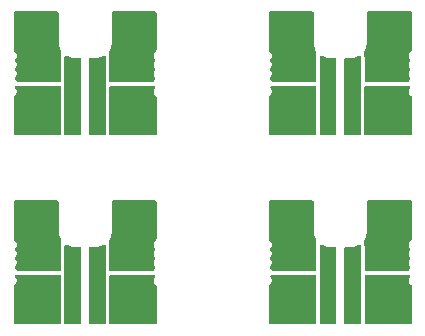
<source format=gtl>
G04 #@! TF.GenerationSoftware,KiCad,Pcbnew,(7.0.0-0)*
G04 #@! TF.CreationDate,2025-07-24T17:03:05+12:00*
G04 #@! TF.ProjectId,12V_light_panelized_X4,3132565f-6c69-4676-9874-5f70616e656c,rev?*
G04 #@! TF.SameCoordinates,Original*
G04 #@! TF.FileFunction,Copper,L1,Top*
G04 #@! TF.FilePolarity,Positive*
%FSLAX46Y46*%
G04 Gerber Fmt 4.6, Leading zero omitted, Abs format (unit mm)*
G04 Created by KiCad (PCBNEW (7.0.0-0)) date 2025-07-24 17:03:05*
%MOMM*%
%LPD*%
G01*
G04 APERTURE LIST*
G04 Aperture macros list*
%AMFreePoly0*
4,1,15,-0.750000,1.375000,-0.734410,1.482001,-0.680193,1.592904,-0.592904,1.680193,-0.482001,1.734410,-0.375000,1.750000,0.375000,1.750000,0.482001,1.734410,0.592904,1.680193,0.680193,1.592904,0.734410,1.482001,0.750000,1.375000,0.750000,-1.750000,-0.750000,-1.750000,-0.750000,1.375000,-0.750000,1.375000,$1*%
G04 Aperture macros list end*
G04 #@! TA.AperFunction,SMDPad,CuDef*
%ADD10FreePoly0,180.000000*%
G04 #@! TD*
G04 #@! TA.AperFunction,SMDPad,CuDef*
%ADD11R,1.400000X3.700000*%
G04 #@! TD*
G04 #@! TA.AperFunction,SMDPad,CuDef*
%ADD12R,1.150000X1.800000*%
G04 #@! TD*
G04 #@! TA.AperFunction,ViaPad*
%ADD13C,0.600000*%
G04 #@! TD*
G04 APERTURE END LIST*
D10*
X151999999Y-64999999D03*
D11*
X146949999Y-71599999D03*
X144149999Y-71599999D03*
D12*
X148974999Y-68349999D03*
X151924999Y-68349999D03*
D10*
X143999999Y-64999999D03*
D12*
X144074999Y-68349999D03*
X147024999Y-68349999D03*
D11*
X151849999Y-71599999D03*
X149049999Y-71599999D03*
D12*
X165674999Y-68349999D03*
X168624999Y-68349999D03*
D11*
X173449999Y-71599999D03*
X170649999Y-71599999D03*
X168549999Y-71599999D03*
X165749999Y-71599999D03*
D10*
X173599999Y-64999999D03*
D12*
X170574999Y-68349999D03*
X173524999Y-68349999D03*
D10*
X165599999Y-64999999D03*
X165599999Y-80999999D03*
D12*
X170574999Y-84349999D03*
X173524999Y-84349999D03*
D10*
X173599999Y-80999999D03*
D11*
X168549999Y-87599999D03*
X165749999Y-87599999D03*
X173449999Y-87599999D03*
X170649999Y-87599999D03*
D12*
X165674999Y-84349999D03*
X168624999Y-84349999D03*
X148974999Y-84349999D03*
X151924999Y-84349999D03*
X144074999Y-84349999D03*
X147024999Y-84349999D03*
D10*
X151999999Y-80999999D03*
D11*
X151849999Y-87599999D03*
X149049999Y-87599999D03*
D10*
X143999999Y-80999999D03*
D11*
X146949999Y-87599999D03*
X144149999Y-87599999D03*
D13*
X145450000Y-73150000D03*
X150550000Y-70050000D03*
X142900000Y-67950000D03*
X153100000Y-67950000D03*
X145450000Y-72350000D03*
X142900000Y-68750000D03*
X150550000Y-70850000D03*
X153100000Y-68750000D03*
X174700000Y-68750000D03*
X174700000Y-67950000D03*
X172150000Y-70850000D03*
X164500000Y-68750000D03*
X167050000Y-72350000D03*
X164500000Y-67950000D03*
X172150000Y-70050000D03*
X167050000Y-73150000D03*
X167050000Y-89150000D03*
X172150000Y-86050000D03*
X164500000Y-83950000D03*
X167050000Y-88350000D03*
X164500000Y-84750000D03*
X172150000Y-86850000D03*
X174700000Y-83950000D03*
X174700000Y-84750000D03*
X142900000Y-84750000D03*
X142900000Y-83950000D03*
X150550000Y-86050000D03*
X150550000Y-86850000D03*
X145450000Y-89150000D03*
X145450000Y-88350000D03*
X153100000Y-84750000D03*
X153100000Y-83950000D03*
G04 #@! TA.AperFunction,Conductor*
G36*
X145700036Y-79263764D02*
G01*
X145736273Y-79300001D01*
X145749536Y-79349501D01*
X145749536Y-81899863D01*
X145749518Y-81900001D01*
X145749499Y-81900001D01*
X145749499Y-81998420D01*
X145750107Y-82002264D01*
X145750108Y-82002265D01*
X145779683Y-82188994D01*
X145779685Y-82189003D01*
X145780292Y-82192834D01*
X145781492Y-82196527D01*
X145781493Y-82196531D01*
X145838775Y-82372823D01*
X145841120Y-82380037D01*
X145930484Y-82555420D01*
X145932771Y-82558568D01*
X145934804Y-82561885D01*
X145934158Y-82562280D01*
X145945151Y-82583843D01*
X145950000Y-82614448D01*
X145950000Y-83033694D01*
X145949195Y-83046295D01*
X145944902Y-83079742D01*
X145944901Y-83079754D01*
X145944500Y-83082881D01*
X145944500Y-83086047D01*
X145944500Y-85146518D01*
X145929570Y-85198799D01*
X145889283Y-85235310D01*
X145835794Y-85245040D01*
X145830309Y-85244500D01*
X144703499Y-85244500D01*
X144703185Y-85244504D01*
X144703108Y-85244505D01*
X144695016Y-85244622D01*
X144694999Y-85244622D01*
X144694676Y-85244627D01*
X144694430Y-85244634D01*
X144694338Y-85244636D01*
X144689218Y-85244784D01*
X144689124Y-85244787D01*
X144688965Y-85244792D01*
X144688788Y-85244799D01*
X144688694Y-85244803D01*
X144686261Y-85244908D01*
X144682018Y-85244999D01*
X143468033Y-85244999D01*
X143463883Y-85244912D01*
X143463285Y-85244886D01*
X143461384Y-85244807D01*
X143461357Y-85244806D01*
X143461023Y-85244792D01*
X143460760Y-85244784D01*
X143460666Y-85244781D01*
X143455670Y-85244637D01*
X143455591Y-85244635D01*
X143455305Y-85244627D01*
X143455050Y-85244623D01*
X143454945Y-85244621D01*
X143446879Y-85244505D01*
X143446809Y-85244504D01*
X143446493Y-85244500D01*
X143446084Y-85244500D01*
X142294159Y-85244500D01*
X142253033Y-85235554D01*
X142219340Y-85210331D01*
X142199169Y-85173391D01*
X142191278Y-85146518D01*
X142159987Y-85039948D01*
X142088384Y-84928532D01*
X142072669Y-84875010D01*
X142088385Y-84821487D01*
X142159987Y-84710072D01*
X142200534Y-84571980D01*
X142200534Y-84428058D01*
X142159987Y-84289966D01*
X142088372Y-84178530D01*
X142072657Y-84125010D01*
X142088372Y-84071489D01*
X142159987Y-83960054D01*
X142200534Y-83821962D01*
X142200534Y-83678040D01*
X142159987Y-83539948D01*
X142088378Y-83428522D01*
X142072663Y-83375001D01*
X142088378Y-83321479D01*
X142159987Y-83210054D01*
X142200534Y-83071962D01*
X142200534Y-82928040D01*
X142159987Y-82789948D01*
X142082177Y-82668873D01*
X141984702Y-82584411D01*
X141959481Y-82550719D01*
X141950534Y-82509593D01*
X141950534Y-82499501D01*
X141950536Y-79349501D01*
X141963800Y-79300001D01*
X142000036Y-79263764D01*
X142049536Y-79250501D01*
X145650536Y-79250501D01*
X145700036Y-79263764D01*
G37*
G04 #@! TD.AperFunction*
G04 #@! TA.AperFunction,Conductor*
G36*
X143452211Y-85550165D02*
G01*
X143452283Y-85550169D01*
X143455135Y-85550500D01*
X144694864Y-85550499D01*
X144697700Y-85550170D01*
X144697788Y-85550165D01*
X144703499Y-85550000D01*
X145830309Y-85550000D01*
X145868192Y-85557535D01*
X145882826Y-85563596D01*
X145914941Y-85585055D01*
X145936401Y-85617170D01*
X145942463Y-85631805D01*
X145950000Y-85669691D01*
X145950000Y-85696493D01*
X145949835Y-85702211D01*
X145949830Y-85702283D01*
X145949500Y-85705135D01*
X145949500Y-85708000D01*
X145949500Y-85708001D01*
X145949500Y-89492008D01*
X145949500Y-89492025D01*
X145949501Y-89494864D01*
X145949829Y-89497700D01*
X145949835Y-89497788D01*
X145950000Y-89503499D01*
X145950000Y-89650501D01*
X145936737Y-89700001D01*
X145900500Y-89736238D01*
X145851000Y-89749501D01*
X142049536Y-89749501D01*
X142000036Y-89736238D01*
X141963800Y-89700001D01*
X141950536Y-89650501D01*
X141950533Y-86490411D01*
X141959480Y-86449285D01*
X141984698Y-86415595D01*
X142082179Y-86331129D01*
X142159989Y-86210054D01*
X142200536Y-86071962D01*
X142200536Y-85928040D01*
X142159989Y-85789948D01*
X142103802Y-85702520D01*
X142088151Y-85652534D01*
X142100198Y-85601554D01*
X142136571Y-85563859D01*
X142187088Y-85550000D01*
X143446493Y-85550000D01*
X143452211Y-85550165D01*
G37*
G04 #@! TD.AperFunction*
G04 #@! TA.AperFunction,Conductor*
G36*
X151302211Y-85550165D02*
G01*
X151302283Y-85550169D01*
X151305135Y-85550500D01*
X152544864Y-85550499D01*
X152547700Y-85550170D01*
X152547788Y-85550165D01*
X152553499Y-85550000D01*
X153812986Y-85550000D01*
X153863503Y-85563859D01*
X153899876Y-85601554D01*
X153911923Y-85652534D01*
X153896271Y-85702520D01*
X153840085Y-85789948D01*
X153799538Y-85928040D01*
X153799538Y-86071962D01*
X153840085Y-86210054D01*
X153843912Y-86216009D01*
X153843913Y-86216011D01*
X153914066Y-86325172D01*
X153914068Y-86325175D01*
X153917895Y-86331129D01*
X153963069Y-86370272D01*
X154015368Y-86415590D01*
X154040591Y-86449283D01*
X154049537Y-86490409D01*
X154049536Y-89650501D01*
X154036273Y-89700001D01*
X154000036Y-89736238D01*
X153950536Y-89749501D01*
X150154500Y-89749501D01*
X150105000Y-89736238D01*
X150068763Y-89700001D01*
X150055500Y-89650501D01*
X150055500Y-85656413D01*
X150063026Y-85618552D01*
X150063586Y-85617199D01*
X150085048Y-85585065D01*
X150117172Y-85563597D01*
X150131810Y-85557534D01*
X150169691Y-85550000D01*
X151296493Y-85550000D01*
X151302211Y-85550165D01*
G37*
G04 #@! TD.AperFunction*
G04 #@! TA.AperFunction,Conductor*
G36*
X149702726Y-82998506D02*
G01*
X149737377Y-83034544D01*
X149750000Y-83082918D01*
X149750000Y-89650501D01*
X149736737Y-89700001D01*
X149700500Y-89736238D01*
X149651000Y-89749501D01*
X148449000Y-89749501D01*
X148399500Y-89736238D01*
X148363263Y-89700001D01*
X148350000Y-89650501D01*
X148350000Y-83249501D01*
X148363263Y-83200001D01*
X148399500Y-83163764D01*
X148449000Y-83150501D01*
X148955872Y-83150501D01*
X148955875Y-83150502D01*
X148999915Y-83150501D01*
X149000045Y-83150518D01*
X149000045Y-83150536D01*
X149098462Y-83150533D01*
X149292872Y-83119735D01*
X149480070Y-83058904D01*
X149598601Y-82998506D01*
X149606053Y-82994709D01*
X149654885Y-82983994D01*
X149702726Y-82998506D01*
G37*
G04 #@! TD.AperFunction*
G04 #@! TA.AperFunction,Conductor*
G36*
X154000036Y-79263764D02*
G01*
X154036272Y-79300001D01*
X154049536Y-79349501D01*
X154049539Y-82499501D01*
X154049539Y-82499967D01*
X154049538Y-82509600D01*
X154040590Y-82550721D01*
X154015369Y-82584409D01*
X153923244Y-82664235D01*
X153923239Y-82664240D01*
X153917893Y-82668873D01*
X153914069Y-82674823D01*
X153914064Y-82674829D01*
X153843911Y-82783990D01*
X153843908Y-82783995D01*
X153840083Y-82789948D01*
X153838089Y-82796738D01*
X153838088Y-82796741D01*
X153807769Y-82900001D01*
X153799536Y-82928040D01*
X153799536Y-83071962D01*
X153840083Y-83210054D01*
X153843910Y-83216009D01*
X153843911Y-83216011D01*
X153911691Y-83321479D01*
X153927407Y-83375002D01*
X153911691Y-83428525D01*
X153840085Y-83539948D01*
X153838091Y-83546738D01*
X153838090Y-83546741D01*
X153801532Y-83671248D01*
X153799538Y-83678040D01*
X153799538Y-83821962D01*
X153840085Y-83960054D01*
X153843912Y-83966009D01*
X153843913Y-83966011D01*
X153911686Y-84071468D01*
X153927402Y-84124991D01*
X153911687Y-84178514D01*
X153864923Y-84251280D01*
X153840085Y-84289930D01*
X153799538Y-84428022D01*
X153799538Y-84571944D01*
X153840085Y-84710036D01*
X153843912Y-84715991D01*
X153843913Y-84715993D01*
X153911698Y-84821469D01*
X153927414Y-84874992D01*
X153911698Y-84928515D01*
X153843913Y-85033990D01*
X153843910Y-85033995D01*
X153840085Y-85039948D01*
X153838091Y-85046738D01*
X153838090Y-85046741D01*
X153800903Y-85173391D01*
X153780732Y-85210331D01*
X153747039Y-85235554D01*
X153705913Y-85244500D01*
X152553499Y-85244500D01*
X152553185Y-85244504D01*
X152553108Y-85244505D01*
X152545016Y-85244622D01*
X152544999Y-85244622D01*
X152544676Y-85244627D01*
X152544430Y-85244634D01*
X152544338Y-85244636D01*
X152539218Y-85244784D01*
X152539124Y-85244787D01*
X152538965Y-85244792D01*
X152538788Y-85244799D01*
X152538694Y-85244803D01*
X152536261Y-85244908D01*
X152532018Y-85244999D01*
X151318033Y-85244999D01*
X151313883Y-85244912D01*
X151313285Y-85244886D01*
X151311384Y-85244807D01*
X151311357Y-85244806D01*
X151311023Y-85244792D01*
X151310760Y-85244784D01*
X151310666Y-85244781D01*
X151305670Y-85244637D01*
X151305591Y-85244635D01*
X151305305Y-85244627D01*
X151305050Y-85244623D01*
X151304945Y-85244621D01*
X151296879Y-85244505D01*
X151296809Y-85244504D01*
X151296493Y-85244500D01*
X150169691Y-85244500D01*
X150167272Y-85244738D01*
X150167256Y-85244739D01*
X150164194Y-85245041D01*
X150110708Y-85235305D01*
X150070427Y-85198793D01*
X150055500Y-85146517D01*
X150055500Y-83086084D01*
X150055500Y-83082918D01*
X150050805Y-83046329D01*
X150050000Y-83033729D01*
X150050000Y-82614503D01*
X150066790Y-82562822D01*
X150065243Y-82561875D01*
X150067273Y-82558560D01*
X150069562Y-82555411D01*
X150158921Y-82380030D01*
X150219745Y-82192829D01*
X150250536Y-81998418D01*
X150250536Y-81900001D01*
X150250536Y-81855831D01*
X150250536Y-79349501D01*
X150263799Y-79300001D01*
X150300036Y-79263764D01*
X150349536Y-79250501D01*
X153950536Y-79250501D01*
X154000036Y-79263764D01*
G37*
G04 #@! TD.AperFunction*
G04 #@! TA.AperFunction,Conductor*
G36*
X146393943Y-82994670D02*
G01*
X146431563Y-83013837D01*
X146520006Y-83058898D01*
X146707211Y-83119719D01*
X146901626Y-83150505D01*
X147000045Y-83150501D01*
X147551000Y-83150501D01*
X147600500Y-83163764D01*
X147636737Y-83200001D01*
X147650000Y-83249501D01*
X147650000Y-89650501D01*
X147636737Y-89700001D01*
X147600500Y-89736238D01*
X147551000Y-89749501D01*
X146349000Y-89749501D01*
X146299500Y-89736238D01*
X146263263Y-89700001D01*
X146250000Y-89650501D01*
X146250000Y-83082881D01*
X146262623Y-83034508D01*
X146297271Y-82998470D01*
X146345111Y-82983957D01*
X146393943Y-82994670D01*
G37*
G04 #@! TD.AperFunction*
G04 #@! TA.AperFunction,Conductor*
G36*
X167993945Y-82994669D02*
G01*
X168119975Y-83058884D01*
X168307174Y-83119709D01*
X168501583Y-83150500D01*
X168505476Y-83150500D01*
X169151000Y-83150500D01*
X169200500Y-83163763D01*
X169236737Y-83200000D01*
X169250000Y-83249500D01*
X169250000Y-89650500D01*
X169236737Y-89700000D01*
X169200500Y-89736237D01*
X169151000Y-89749500D01*
X167949000Y-89749500D01*
X167899500Y-89736237D01*
X167863263Y-89700000D01*
X167850000Y-89650500D01*
X167850000Y-83082879D01*
X167862623Y-83034506D01*
X167897273Y-82998468D01*
X167945113Y-82983955D01*
X167993945Y-82994669D01*
G37*
G04 #@! TD.AperFunction*
G04 #@! TA.AperFunction,Conductor*
G36*
X165052211Y-85550165D02*
G01*
X165052283Y-85550169D01*
X165055135Y-85550500D01*
X166294864Y-85550499D01*
X166297700Y-85550170D01*
X166297788Y-85550165D01*
X166303499Y-85550000D01*
X167430309Y-85550000D01*
X167468192Y-85557535D01*
X167482826Y-85563596D01*
X167514930Y-85585044D01*
X167536389Y-85617142D01*
X167536950Y-85618495D01*
X167544500Y-85656413D01*
X167544500Y-89650500D01*
X167531237Y-89700000D01*
X167495000Y-89736237D01*
X167445500Y-89749500D01*
X163649500Y-89749500D01*
X163600000Y-89736237D01*
X163563764Y-89700000D01*
X163550500Y-89650500D01*
X163550497Y-86490410D01*
X163559444Y-86449284D01*
X163584662Y-86415594D01*
X163682143Y-86331128D01*
X163759953Y-86210053D01*
X163800500Y-86071961D01*
X163800500Y-85928039D01*
X163759953Y-85789947D01*
X163703768Y-85702522D01*
X163688116Y-85652534D01*
X163700163Y-85601554D01*
X163736536Y-85563859D01*
X163787053Y-85550000D01*
X165046493Y-85550000D01*
X165052211Y-85550165D01*
G37*
G04 #@! TD.AperFunction*
G04 #@! TA.AperFunction,Conductor*
G36*
X172902211Y-85550165D02*
G01*
X172902283Y-85550169D01*
X172905135Y-85550500D01*
X174144864Y-85550499D01*
X174147700Y-85550170D01*
X174147788Y-85550165D01*
X174153499Y-85550000D01*
X175412949Y-85550000D01*
X175463466Y-85563859D01*
X175499839Y-85601554D01*
X175511886Y-85652534D01*
X175496233Y-85702523D01*
X175443877Y-85783989D01*
X175443874Y-85783994D01*
X175440049Y-85789947D01*
X175399502Y-85928039D01*
X175399502Y-86071961D01*
X175440049Y-86210053D01*
X175443876Y-86216008D01*
X175443877Y-86216010D01*
X175514030Y-86325171D01*
X175514032Y-86325174D01*
X175517859Y-86331128D01*
X175563033Y-86370271D01*
X175615332Y-86415589D01*
X175640555Y-86449282D01*
X175649501Y-86490408D01*
X175649500Y-89650500D01*
X175636237Y-89700000D01*
X175600000Y-89736237D01*
X175550500Y-89749500D01*
X171754500Y-89749500D01*
X171705000Y-89736237D01*
X171668763Y-89700000D01*
X171655500Y-89650500D01*
X171655500Y-85656413D01*
X171663026Y-85618552D01*
X171663586Y-85617199D01*
X171685048Y-85585065D01*
X171717172Y-85563597D01*
X171731810Y-85557534D01*
X171769691Y-85550000D01*
X172896493Y-85550000D01*
X172902211Y-85550165D01*
G37*
G04 #@! TD.AperFunction*
G04 #@! TA.AperFunction,Conductor*
G36*
X167300000Y-79263763D02*
G01*
X167336237Y-79300000D01*
X167349500Y-79349500D01*
X167349500Y-81855830D01*
X167349500Y-81900000D01*
X167349500Y-81998417D01*
X167350108Y-82002261D01*
X167350109Y-82002263D01*
X167379681Y-82188979D01*
X167379683Y-82188987D01*
X167380291Y-82192826D01*
X167381492Y-82196523D01*
X167381493Y-82196526D01*
X167439913Y-82376325D01*
X167439916Y-82376333D01*
X167441116Y-82380025D01*
X167530476Y-82555405D01*
X167532763Y-82558553D01*
X167534793Y-82561865D01*
X167533230Y-82562822D01*
X167550000Y-82614444D01*
X167550000Y-83033692D01*
X167549195Y-83046293D01*
X167544902Y-83079740D01*
X167544901Y-83079752D01*
X167544500Y-83082879D01*
X167544500Y-83086045D01*
X167544500Y-85146518D01*
X167529570Y-85198799D01*
X167489283Y-85235310D01*
X167435794Y-85245040D01*
X167430309Y-85244500D01*
X166303499Y-85244500D01*
X166303185Y-85244504D01*
X166303108Y-85244505D01*
X166295016Y-85244622D01*
X166294999Y-85244622D01*
X166294676Y-85244627D01*
X166294430Y-85244634D01*
X166294338Y-85244636D01*
X166289218Y-85244784D01*
X166289124Y-85244787D01*
X166288965Y-85244792D01*
X166288788Y-85244799D01*
X166288694Y-85244803D01*
X166286261Y-85244908D01*
X166282018Y-85244999D01*
X165068033Y-85244999D01*
X165063883Y-85244912D01*
X165063285Y-85244886D01*
X165061384Y-85244807D01*
X165061357Y-85244806D01*
X165061023Y-85244792D01*
X165060760Y-85244784D01*
X165060666Y-85244781D01*
X165055670Y-85244637D01*
X165055591Y-85244635D01*
X165055305Y-85244627D01*
X165055050Y-85244623D01*
X165054945Y-85244621D01*
X165046879Y-85244505D01*
X165046809Y-85244504D01*
X165046493Y-85244500D01*
X165046084Y-85244500D01*
X163894123Y-85244500D01*
X163852997Y-85235554D01*
X163819304Y-85210331D01*
X163799133Y-85173391D01*
X163759951Y-85039947D01*
X163688348Y-84928531D01*
X163672633Y-84875009D01*
X163688349Y-84821486D01*
X163759951Y-84710071D01*
X163800498Y-84571979D01*
X163800498Y-84428057D01*
X163759951Y-84289965D01*
X163688336Y-84178529D01*
X163672621Y-84125009D01*
X163688336Y-84071488D01*
X163759951Y-83960053D01*
X163800498Y-83821961D01*
X163800498Y-83678039D01*
X163759951Y-83539947D01*
X163688342Y-83428521D01*
X163672627Y-83375000D01*
X163688342Y-83321478D01*
X163759951Y-83210053D01*
X163800498Y-83071961D01*
X163800498Y-82928039D01*
X163759951Y-82789947D01*
X163682141Y-82668872D01*
X163584666Y-82584410D01*
X163559445Y-82550718D01*
X163550498Y-82509592D01*
X163550498Y-82499500D01*
X163550500Y-79349500D01*
X163563764Y-79300000D01*
X163600000Y-79263763D01*
X163649500Y-79250500D01*
X167250500Y-79250500D01*
X167300000Y-79263763D01*
G37*
G04 #@! TD.AperFunction*
G04 #@! TA.AperFunction,Conductor*
G36*
X171302727Y-82998468D02*
G01*
X171337377Y-83034506D01*
X171350000Y-83082879D01*
X171350000Y-89650500D01*
X171336737Y-89700000D01*
X171300500Y-89736237D01*
X171251000Y-89749500D01*
X170049000Y-89749500D01*
X169999500Y-89736237D01*
X169963263Y-89700000D01*
X169950000Y-89650500D01*
X169950000Y-83249500D01*
X169963263Y-83200000D01*
X169999500Y-83163763D01*
X170049000Y-83150500D01*
X170694524Y-83150500D01*
X170698417Y-83150500D01*
X170892826Y-83119709D01*
X171080025Y-83058884D01*
X171206054Y-82994669D01*
X171254887Y-82983955D01*
X171302727Y-82998468D01*
G37*
G04 #@! TD.AperFunction*
G04 #@! TA.AperFunction,Conductor*
G36*
X175600000Y-79263763D02*
G01*
X175636236Y-79300000D01*
X175649500Y-79349500D01*
X175649503Y-82499500D01*
X175649503Y-82499966D01*
X175649502Y-82509599D01*
X175640554Y-82550720D01*
X175615333Y-82584408D01*
X175523208Y-82664234D01*
X175523203Y-82664239D01*
X175517857Y-82668872D01*
X175514033Y-82674822D01*
X175514028Y-82674828D01*
X175443875Y-82783989D01*
X175443872Y-82783994D01*
X175440047Y-82789947D01*
X175438053Y-82796737D01*
X175438052Y-82796740D01*
X175407733Y-82900000D01*
X175399500Y-82928039D01*
X175399500Y-83071961D01*
X175440047Y-83210053D01*
X175443874Y-83216008D01*
X175443875Y-83216010D01*
X175511655Y-83321478D01*
X175527371Y-83375001D01*
X175511655Y-83428524D01*
X175440049Y-83539947D01*
X175438055Y-83546737D01*
X175438054Y-83546740D01*
X175401496Y-83671247D01*
X175399502Y-83678039D01*
X175399502Y-83821961D01*
X175440049Y-83960053D01*
X175443876Y-83966008D01*
X175443877Y-83966010D01*
X175511650Y-84071467D01*
X175527366Y-84124990D01*
X175511651Y-84178513D01*
X175464887Y-84251279D01*
X175440049Y-84289929D01*
X175399502Y-84428021D01*
X175399502Y-84571943D01*
X175440049Y-84710035D01*
X175443876Y-84715990D01*
X175443877Y-84715992D01*
X175511662Y-84821468D01*
X175527378Y-84874991D01*
X175511662Y-84928514D01*
X175443877Y-85033989D01*
X175443874Y-85033994D01*
X175440049Y-85039947D01*
X175438055Y-85046737D01*
X175438054Y-85046740D01*
X175400867Y-85173391D01*
X175380696Y-85210331D01*
X175347003Y-85235554D01*
X175305877Y-85244500D01*
X174153499Y-85244500D01*
X174153185Y-85244504D01*
X174153108Y-85244505D01*
X174145016Y-85244622D01*
X174144999Y-85244622D01*
X174144676Y-85244627D01*
X174144430Y-85244634D01*
X174144338Y-85244636D01*
X174139218Y-85244784D01*
X174139124Y-85244787D01*
X174138965Y-85244792D01*
X174138788Y-85244799D01*
X174138694Y-85244803D01*
X174136261Y-85244908D01*
X174132018Y-85244999D01*
X172918033Y-85244999D01*
X172913883Y-85244912D01*
X172913285Y-85244886D01*
X172911384Y-85244807D01*
X172911357Y-85244806D01*
X172911023Y-85244792D01*
X172910760Y-85244784D01*
X172910666Y-85244781D01*
X172905670Y-85244637D01*
X172905591Y-85244635D01*
X172905305Y-85244627D01*
X172905050Y-85244623D01*
X172904945Y-85244621D01*
X172896879Y-85244505D01*
X172896809Y-85244504D01*
X172896493Y-85244500D01*
X171769691Y-85244500D01*
X171767272Y-85244738D01*
X171767256Y-85244739D01*
X171764194Y-85245041D01*
X171710708Y-85235305D01*
X171670427Y-85198793D01*
X171655500Y-85146517D01*
X171655500Y-83086045D01*
X171655500Y-83082879D01*
X171650804Y-83046292D01*
X171650000Y-83033692D01*
X171650000Y-82614444D01*
X171666769Y-82562822D01*
X171665207Y-82561865D01*
X171667234Y-82558556D01*
X171669524Y-82555405D01*
X171758884Y-82380025D01*
X171819709Y-82192826D01*
X171850500Y-81998417D01*
X171850500Y-81900000D01*
X171850500Y-81855830D01*
X171850500Y-79349500D01*
X171863763Y-79300000D01*
X171900000Y-79263763D01*
X171949500Y-79250500D01*
X175550500Y-79250500D01*
X175600000Y-79263763D01*
G37*
G04 #@! TD.AperFunction*
G04 #@! TA.AperFunction,Conductor*
G36*
X171302727Y-66998505D02*
G01*
X171337377Y-67034543D01*
X171350000Y-67082917D01*
X171350000Y-73650538D01*
X171336737Y-73700038D01*
X171300500Y-73736275D01*
X171251000Y-73749538D01*
X170049000Y-73749538D01*
X169999500Y-73736275D01*
X169963263Y-73700038D01*
X169950000Y-73650538D01*
X169950000Y-67249538D01*
X169963263Y-67200038D01*
X169999500Y-67163801D01*
X170049000Y-67150538D01*
X170555871Y-67150538D01*
X170555874Y-67150539D01*
X170600044Y-67150538D01*
X170624709Y-67150538D01*
X170624725Y-67150534D01*
X170624729Y-67150533D01*
X170698458Y-67150532D01*
X170892864Y-67119736D01*
X171080058Y-67058908D01*
X171198602Y-66998505D01*
X171206054Y-66994708D01*
X171254886Y-66983993D01*
X171302727Y-66998505D01*
G37*
G04 #@! TD.AperFunction*
G04 #@! TA.AperFunction,Conductor*
G36*
X172902211Y-69550165D02*
G01*
X172902283Y-69550169D01*
X172905135Y-69550500D01*
X174144864Y-69550499D01*
X174147700Y-69550170D01*
X174147788Y-69550165D01*
X174153499Y-69550000D01*
X175413008Y-69550000D01*
X175463525Y-69563859D01*
X175499898Y-69601554D01*
X175511945Y-69652533D01*
X175496292Y-69702523D01*
X175443912Y-69784027D01*
X175443909Y-69784032D01*
X175440084Y-69789985D01*
X175399537Y-69928077D01*
X175399537Y-70071999D01*
X175440084Y-70210091D01*
X175443911Y-70216046D01*
X175443912Y-70216048D01*
X175514065Y-70325209D01*
X175514067Y-70325212D01*
X175517894Y-70331166D01*
X175563068Y-70370309D01*
X175615367Y-70415627D01*
X175640590Y-70449320D01*
X175649536Y-70490446D01*
X175649535Y-73650538D01*
X175636272Y-73700038D01*
X175600035Y-73736275D01*
X175550535Y-73749538D01*
X171749000Y-73749538D01*
X171699500Y-73736275D01*
X171663263Y-73700038D01*
X171650000Y-73650538D01*
X171650000Y-73503507D01*
X171650165Y-73497789D01*
X171650169Y-73497716D01*
X171650500Y-73494865D01*
X171650499Y-69705136D01*
X171650170Y-69702299D01*
X171650165Y-69702212D01*
X171650000Y-69696501D01*
X171650000Y-69669691D01*
X171657534Y-69631810D01*
X171663597Y-69617172D01*
X171685056Y-69585056D01*
X171717172Y-69563597D01*
X171731810Y-69557534D01*
X171769691Y-69550000D01*
X172896493Y-69550000D01*
X172902211Y-69550165D01*
G37*
G04 #@! TD.AperFunction*
G04 #@! TA.AperFunction,Conductor*
G36*
X165052211Y-69550165D02*
G01*
X165052283Y-69550169D01*
X165055135Y-69550500D01*
X166294864Y-69550499D01*
X166297700Y-69550170D01*
X166297788Y-69550165D01*
X166303499Y-69550000D01*
X167430309Y-69550000D01*
X167468192Y-69557535D01*
X167482826Y-69563596D01*
X167514941Y-69585055D01*
X167536401Y-69617170D01*
X167542463Y-69631805D01*
X167550000Y-69669691D01*
X167550000Y-69696493D01*
X167549835Y-69702211D01*
X167549830Y-69702283D01*
X167549500Y-69705135D01*
X167549500Y-69708000D01*
X167549500Y-69708001D01*
X167549500Y-73492008D01*
X167549500Y-73492025D01*
X167549501Y-73494864D01*
X167549829Y-73497700D01*
X167549835Y-73497788D01*
X167550000Y-73503499D01*
X167550000Y-73650538D01*
X167536737Y-73700038D01*
X167500500Y-73736275D01*
X167451000Y-73749538D01*
X163649535Y-73749538D01*
X163600035Y-73736275D01*
X163563799Y-73700038D01*
X163550535Y-73650538D01*
X163550532Y-70490448D01*
X163559479Y-70449322D01*
X163584697Y-70415632D01*
X163682178Y-70331166D01*
X163759988Y-70210091D01*
X163800535Y-70071999D01*
X163800535Y-69928077D01*
X163759988Y-69789985D01*
X163705459Y-69705136D01*
X163703780Y-69702523D01*
X163688127Y-69652533D01*
X163700174Y-69601554D01*
X163736547Y-69563859D01*
X163787064Y-69550000D01*
X165046493Y-69550000D01*
X165052211Y-69550165D01*
G37*
G04 #@! TD.AperFunction*
G04 #@! TA.AperFunction,Conductor*
G36*
X175600035Y-63263801D02*
G01*
X175636271Y-63300038D01*
X175649535Y-63349538D01*
X175649538Y-66499538D01*
X175649538Y-66500004D01*
X175649537Y-66509637D01*
X175640589Y-66550758D01*
X175615368Y-66584446D01*
X175523243Y-66664272D01*
X175523238Y-66664277D01*
X175517892Y-66668910D01*
X175514068Y-66674860D01*
X175514063Y-66674866D01*
X175443910Y-66784027D01*
X175443907Y-66784032D01*
X175440082Y-66789985D01*
X175438088Y-66796775D01*
X175438087Y-66796778D01*
X175407768Y-66900038D01*
X175399535Y-66928077D01*
X175399535Y-67071999D01*
X175440082Y-67210091D01*
X175443909Y-67216046D01*
X175443910Y-67216048D01*
X175511690Y-67321516D01*
X175527406Y-67375039D01*
X175511690Y-67428562D01*
X175440084Y-67539985D01*
X175438090Y-67546775D01*
X175438089Y-67546778D01*
X175401531Y-67671285D01*
X175399537Y-67678077D01*
X175399537Y-67821999D01*
X175440084Y-67960091D01*
X175443911Y-67966046D01*
X175443912Y-67966048D01*
X175511685Y-68071505D01*
X175527401Y-68125028D01*
X175511686Y-68178551D01*
X175464922Y-68251317D01*
X175440084Y-68289967D01*
X175399537Y-68428059D01*
X175399537Y-68571981D01*
X175440084Y-68710073D01*
X175443911Y-68716028D01*
X175443912Y-68716030D01*
X175511697Y-68821506D01*
X175527413Y-68875029D01*
X175511697Y-68928552D01*
X175443912Y-69034027D01*
X175443909Y-69034032D01*
X175440084Y-69039985D01*
X175438090Y-69046775D01*
X175438089Y-69046778D01*
X175400913Y-69173391D01*
X175380742Y-69210331D01*
X175347049Y-69235554D01*
X175305923Y-69244500D01*
X174153499Y-69244500D01*
X174153185Y-69244504D01*
X174153108Y-69244505D01*
X174145016Y-69244622D01*
X174144999Y-69244622D01*
X174144676Y-69244627D01*
X174144430Y-69244634D01*
X174144338Y-69244636D01*
X174139218Y-69244784D01*
X174139124Y-69244787D01*
X174138965Y-69244792D01*
X174138788Y-69244799D01*
X174138694Y-69244803D01*
X174136261Y-69244908D01*
X174132018Y-69244999D01*
X172918033Y-69244999D01*
X172913883Y-69244912D01*
X172913285Y-69244886D01*
X172911384Y-69244807D01*
X172911357Y-69244806D01*
X172911023Y-69244792D01*
X172910760Y-69244784D01*
X172910666Y-69244781D01*
X172905670Y-69244637D01*
X172905591Y-69244635D01*
X172905305Y-69244627D01*
X172905050Y-69244623D01*
X172904945Y-69244621D01*
X172896879Y-69244505D01*
X172896809Y-69244504D01*
X172896493Y-69244500D01*
X171769691Y-69244500D01*
X171767272Y-69244738D01*
X171767256Y-69244739D01*
X171764194Y-69245041D01*
X171710708Y-69235305D01*
X171670427Y-69198793D01*
X171655500Y-69146517D01*
X171655500Y-67086083D01*
X171655500Y-67082917D01*
X171650805Y-67046328D01*
X171650000Y-67033728D01*
X171650000Y-66614505D01*
X171666781Y-66562847D01*
X171665229Y-66561896D01*
X171667259Y-66558582D01*
X171669545Y-66555437D01*
X171758907Y-66380062D01*
X171819735Y-66192867D01*
X171850532Y-65998462D01*
X171850534Y-65924715D01*
X171850535Y-65924712D01*
X171850535Y-65900028D01*
X171850536Y-65855878D01*
X171850535Y-65855875D01*
X171850535Y-63349538D01*
X171863798Y-63300038D01*
X171900035Y-63263801D01*
X171949535Y-63250538D01*
X175550535Y-63250538D01*
X175600035Y-63263801D01*
G37*
G04 #@! TD.AperFunction*
G04 #@! TA.AperFunction,Conductor*
G36*
X167300035Y-63263801D02*
G01*
X167336272Y-63300038D01*
X167349535Y-63349538D01*
X167349535Y-65855875D01*
X167349534Y-65855878D01*
X167349534Y-65855884D01*
X167349534Y-65855885D01*
X167349534Y-65899779D01*
X167349499Y-65900048D01*
X167349462Y-65900048D01*
X167349462Y-65900333D01*
X167349462Y-65900334D01*
X167349465Y-65994574D01*
X167349465Y-65994584D01*
X167349466Y-65998467D01*
X167350073Y-66002300D01*
X167350074Y-66002309D01*
X167374919Y-66159138D01*
X167380265Y-66192881D01*
X167381468Y-66196583D01*
X167381469Y-66196587D01*
X167438751Y-66372860D01*
X167441099Y-66380083D01*
X167442864Y-66383548D01*
X167442868Y-66383556D01*
X167502222Y-66500033D01*
X167530468Y-66555464D01*
X167532754Y-66558611D01*
X167534787Y-66561927D01*
X167534147Y-66562319D01*
X167545154Y-66583918D01*
X167550000Y-66614514D01*
X167550000Y-67033733D01*
X167549195Y-67046333D01*
X167544902Y-67079783D01*
X167544901Y-67079796D01*
X167544500Y-67082923D01*
X167544500Y-67086089D01*
X167544500Y-69146518D01*
X167529570Y-69198799D01*
X167489283Y-69235310D01*
X167435794Y-69245040D01*
X167430309Y-69244500D01*
X166303499Y-69244500D01*
X166303185Y-69244504D01*
X166303108Y-69244505D01*
X166295016Y-69244622D01*
X166294999Y-69244622D01*
X166294676Y-69244627D01*
X166294430Y-69244634D01*
X166294338Y-69244636D01*
X166289218Y-69244784D01*
X166289124Y-69244787D01*
X166288965Y-69244792D01*
X166288788Y-69244799D01*
X166288694Y-69244803D01*
X166286261Y-69244908D01*
X166282018Y-69244999D01*
X165068033Y-69244999D01*
X165063883Y-69244912D01*
X165063285Y-69244886D01*
X165061384Y-69244807D01*
X165061357Y-69244806D01*
X165061023Y-69244792D01*
X165060760Y-69244784D01*
X165060666Y-69244781D01*
X165055670Y-69244637D01*
X165055591Y-69244635D01*
X165055305Y-69244627D01*
X165055050Y-69244623D01*
X165054945Y-69244621D01*
X165046879Y-69244505D01*
X165046809Y-69244504D01*
X165046493Y-69244500D01*
X165046084Y-69244500D01*
X163894147Y-69244500D01*
X163853021Y-69235554D01*
X163819328Y-69210331D01*
X163799157Y-69173391D01*
X163759986Y-69039985D01*
X163688383Y-68928569D01*
X163672668Y-68875047D01*
X163688384Y-68821524D01*
X163759986Y-68710109D01*
X163800533Y-68572017D01*
X163800533Y-68428095D01*
X163759986Y-68290003D01*
X163688371Y-68178567D01*
X163672656Y-68125047D01*
X163688371Y-68071526D01*
X163759986Y-67960091D01*
X163800533Y-67821999D01*
X163800533Y-67678077D01*
X163759986Y-67539985D01*
X163688377Y-67428559D01*
X163672662Y-67375038D01*
X163688377Y-67321516D01*
X163759986Y-67210091D01*
X163800533Y-67071999D01*
X163800533Y-66928077D01*
X163759986Y-66789985D01*
X163682176Y-66668910D01*
X163584701Y-66584448D01*
X163559480Y-66550756D01*
X163550533Y-66509630D01*
X163550533Y-66499538D01*
X163550535Y-63349538D01*
X163563799Y-63300038D01*
X163600035Y-63263801D01*
X163649535Y-63250538D01*
X167250535Y-63250538D01*
X167300035Y-63263801D01*
G37*
G04 #@! TD.AperFunction*
G04 #@! TA.AperFunction,Conductor*
G36*
X167993942Y-66994712D02*
G01*
X168116526Y-67057166D01*
X168116530Y-67057167D01*
X168120001Y-67058936D01*
X168307208Y-67119756D01*
X168501624Y-67150542D01*
X168600044Y-67150538D01*
X169151000Y-67150538D01*
X169200500Y-67163801D01*
X169236737Y-67200038D01*
X169250000Y-67249538D01*
X169250000Y-73650538D01*
X169236737Y-73700038D01*
X169200500Y-73736275D01*
X169151000Y-73749538D01*
X167949000Y-73749538D01*
X167899500Y-73736275D01*
X167863263Y-73700038D01*
X167850000Y-73650538D01*
X167850000Y-67082923D01*
X167862622Y-67034550D01*
X167897271Y-66998513D01*
X167945110Y-66983999D01*
X167993942Y-66994712D01*
G37*
G04 #@! TD.AperFunction*
G04 #@! TA.AperFunction,Conductor*
G36*
X145700036Y-63263764D02*
G01*
X145736273Y-63300001D01*
X145749536Y-63349501D01*
X145749536Y-65899863D01*
X145749518Y-65900001D01*
X145749499Y-65900001D01*
X145749499Y-65998420D01*
X145750107Y-66002264D01*
X145750108Y-66002265D01*
X145779683Y-66188994D01*
X145779685Y-66189003D01*
X145780292Y-66192834D01*
X145781492Y-66196527D01*
X145781493Y-66196531D01*
X145838775Y-66372823D01*
X145841120Y-66380037D01*
X145930484Y-66555420D01*
X145932771Y-66558568D01*
X145934804Y-66561885D01*
X145934158Y-66562280D01*
X145945151Y-66583843D01*
X145950000Y-66614448D01*
X145950000Y-67033694D01*
X145949195Y-67046295D01*
X145944902Y-67079742D01*
X145944901Y-67079754D01*
X145944500Y-67082881D01*
X145944500Y-67086047D01*
X145944500Y-69146518D01*
X145929570Y-69198799D01*
X145889283Y-69235310D01*
X145835794Y-69245040D01*
X145830309Y-69244500D01*
X144703499Y-69244500D01*
X144703185Y-69244504D01*
X144703108Y-69244505D01*
X144695016Y-69244622D01*
X144694999Y-69244622D01*
X144694676Y-69244627D01*
X144694430Y-69244634D01*
X144694338Y-69244636D01*
X144689218Y-69244784D01*
X144689124Y-69244787D01*
X144688965Y-69244792D01*
X144688788Y-69244799D01*
X144688694Y-69244803D01*
X144686261Y-69244908D01*
X144682018Y-69244999D01*
X143468033Y-69244999D01*
X143463883Y-69244912D01*
X143463285Y-69244886D01*
X143461384Y-69244807D01*
X143461357Y-69244806D01*
X143461023Y-69244792D01*
X143460760Y-69244784D01*
X143460666Y-69244781D01*
X143455670Y-69244637D01*
X143455591Y-69244635D01*
X143455305Y-69244627D01*
X143455050Y-69244623D01*
X143454945Y-69244621D01*
X143446879Y-69244505D01*
X143446809Y-69244504D01*
X143446493Y-69244500D01*
X143446084Y-69244500D01*
X142294159Y-69244500D01*
X142253033Y-69235554D01*
X142219340Y-69210331D01*
X142199169Y-69173391D01*
X142191278Y-69146518D01*
X142159987Y-69039948D01*
X142088384Y-68928532D01*
X142072669Y-68875010D01*
X142088385Y-68821487D01*
X142159987Y-68710072D01*
X142200534Y-68571980D01*
X142200534Y-68428058D01*
X142159987Y-68289966D01*
X142088372Y-68178530D01*
X142072657Y-68125010D01*
X142088372Y-68071489D01*
X142159987Y-67960054D01*
X142200534Y-67821962D01*
X142200534Y-67678040D01*
X142159987Y-67539948D01*
X142088379Y-67428523D01*
X142072663Y-67375000D01*
X142088377Y-67321480D01*
X142159987Y-67210054D01*
X142200534Y-67071962D01*
X142200534Y-66928040D01*
X142159987Y-66789948D01*
X142082177Y-66668873D01*
X141984702Y-66584411D01*
X141959481Y-66550719D01*
X141950534Y-66509593D01*
X141950534Y-66499501D01*
X141950536Y-63349501D01*
X141963800Y-63300001D01*
X142000036Y-63263764D01*
X142049536Y-63250501D01*
X145650536Y-63250501D01*
X145700036Y-63263764D01*
G37*
G04 #@! TD.AperFunction*
G04 #@! TA.AperFunction,Conductor*
G36*
X146393943Y-66994670D02*
G01*
X146431563Y-67013837D01*
X146520006Y-67058898D01*
X146707211Y-67119719D01*
X146901626Y-67150505D01*
X147000045Y-67150501D01*
X147551000Y-67150501D01*
X147600500Y-67163764D01*
X147636737Y-67200001D01*
X147650000Y-67249501D01*
X147650000Y-73650501D01*
X147636737Y-73700001D01*
X147600500Y-73736238D01*
X147551000Y-73749501D01*
X146349000Y-73749501D01*
X146299500Y-73736238D01*
X146263263Y-73700001D01*
X146250000Y-73650501D01*
X146250000Y-67082881D01*
X146262623Y-67034508D01*
X146297271Y-66998470D01*
X146345111Y-66983957D01*
X146393943Y-66994670D01*
G37*
G04 #@! TD.AperFunction*
G04 #@! TA.AperFunction,Conductor*
G36*
X143452211Y-69550165D02*
G01*
X143452283Y-69550169D01*
X143455135Y-69550500D01*
X144694864Y-69550499D01*
X144697700Y-69550170D01*
X144697788Y-69550165D01*
X144703499Y-69550000D01*
X145830309Y-69550000D01*
X145868192Y-69557535D01*
X145882826Y-69563596D01*
X145914930Y-69585044D01*
X145936389Y-69617142D01*
X145936950Y-69618495D01*
X145944500Y-69656413D01*
X145944500Y-73650501D01*
X145931237Y-73700001D01*
X145895000Y-73736238D01*
X145845500Y-73749501D01*
X142049536Y-73749501D01*
X142000036Y-73736238D01*
X141963800Y-73700001D01*
X141950536Y-73650501D01*
X141950533Y-70490411D01*
X141959480Y-70449285D01*
X141984698Y-70415595D01*
X142082179Y-70331129D01*
X142159989Y-70210054D01*
X142200536Y-70071962D01*
X142200536Y-69928040D01*
X142159989Y-69789948D01*
X142103802Y-69702520D01*
X142088151Y-69652534D01*
X142100198Y-69601554D01*
X142136571Y-69563859D01*
X142187088Y-69550000D01*
X143446493Y-69550000D01*
X143452211Y-69550165D01*
G37*
G04 #@! TD.AperFunction*
G04 #@! TA.AperFunction,Conductor*
G36*
X151302211Y-69550165D02*
G01*
X151302283Y-69550169D01*
X151305135Y-69550500D01*
X152544864Y-69550499D01*
X152547700Y-69550170D01*
X152547788Y-69550165D01*
X152553499Y-69550000D01*
X153812986Y-69550000D01*
X153863503Y-69563859D01*
X153899876Y-69601554D01*
X153911923Y-69652534D01*
X153896271Y-69702520D01*
X153840085Y-69789948D01*
X153799538Y-69928040D01*
X153799538Y-70071962D01*
X153840085Y-70210054D01*
X153843912Y-70216009D01*
X153843913Y-70216011D01*
X153914066Y-70325172D01*
X153914068Y-70325175D01*
X153917895Y-70331129D01*
X153963069Y-70370272D01*
X154015368Y-70415590D01*
X154040591Y-70449283D01*
X154049537Y-70490409D01*
X154049536Y-73650501D01*
X154036273Y-73700001D01*
X154000036Y-73736238D01*
X153950536Y-73749501D01*
X150149000Y-73749501D01*
X150099500Y-73736238D01*
X150063263Y-73700001D01*
X150050000Y-73650501D01*
X150050000Y-73503507D01*
X150050165Y-73497789D01*
X150050169Y-73497716D01*
X150050500Y-73494865D01*
X150050499Y-69705136D01*
X150050170Y-69702299D01*
X150050165Y-69702212D01*
X150050000Y-69696501D01*
X150050000Y-69669691D01*
X150057534Y-69631810D01*
X150063597Y-69617172D01*
X150085056Y-69585056D01*
X150117172Y-69563597D01*
X150131810Y-69557534D01*
X150169691Y-69550000D01*
X151296493Y-69550000D01*
X151302211Y-69550165D01*
G37*
G04 #@! TD.AperFunction*
G04 #@! TA.AperFunction,Conductor*
G36*
X154000036Y-63263764D02*
G01*
X154036272Y-63300001D01*
X154049536Y-63349501D01*
X154049539Y-66499501D01*
X154049539Y-66499967D01*
X154049538Y-66509600D01*
X154040590Y-66550721D01*
X154015369Y-66584409D01*
X153923244Y-66664235D01*
X153923239Y-66664240D01*
X153917893Y-66668873D01*
X153914069Y-66674823D01*
X153914064Y-66674829D01*
X153843911Y-66783990D01*
X153843908Y-66783995D01*
X153840083Y-66789948D01*
X153838089Y-66796738D01*
X153838088Y-66796741D01*
X153807769Y-66900001D01*
X153799536Y-66928040D01*
X153799536Y-67071962D01*
X153840083Y-67210054D01*
X153843910Y-67216009D01*
X153843911Y-67216011D01*
X153911691Y-67321479D01*
X153927407Y-67375002D01*
X153911691Y-67428525D01*
X153840085Y-67539948D01*
X153838091Y-67546738D01*
X153838090Y-67546741D01*
X153801532Y-67671248D01*
X153799538Y-67678040D01*
X153799538Y-67821962D01*
X153840085Y-67960054D01*
X153843912Y-67966009D01*
X153843913Y-67966011D01*
X153911686Y-68071469D01*
X153927402Y-68124992D01*
X153911686Y-68178515D01*
X153843913Y-68283972D01*
X153843910Y-68283977D01*
X153840085Y-68289930D01*
X153799538Y-68428022D01*
X153799538Y-68571944D01*
X153840085Y-68710036D01*
X153843912Y-68715991D01*
X153843913Y-68715993D01*
X153911698Y-68821469D01*
X153927414Y-68874992D01*
X153911698Y-68928515D01*
X153843913Y-69033990D01*
X153843910Y-69033995D01*
X153840085Y-69039948D01*
X153838091Y-69046738D01*
X153838090Y-69046741D01*
X153800903Y-69173391D01*
X153780732Y-69210331D01*
X153747039Y-69235554D01*
X153705913Y-69244500D01*
X152553499Y-69244500D01*
X152553185Y-69244504D01*
X152553108Y-69244505D01*
X152545016Y-69244622D01*
X152544999Y-69244622D01*
X152544676Y-69244627D01*
X152544430Y-69244634D01*
X152544338Y-69244636D01*
X152539218Y-69244784D01*
X152539124Y-69244787D01*
X152538965Y-69244792D01*
X152538788Y-69244799D01*
X152538694Y-69244803D01*
X152536261Y-69244908D01*
X152532018Y-69244999D01*
X151318033Y-69244999D01*
X151313883Y-69244912D01*
X151313285Y-69244886D01*
X151311384Y-69244807D01*
X151311357Y-69244806D01*
X151311023Y-69244792D01*
X151310760Y-69244784D01*
X151310666Y-69244781D01*
X151305670Y-69244637D01*
X151305591Y-69244635D01*
X151305305Y-69244627D01*
X151305050Y-69244623D01*
X151304945Y-69244621D01*
X151296879Y-69244505D01*
X151296809Y-69244504D01*
X151296493Y-69244500D01*
X150169691Y-69244500D01*
X150167272Y-69244738D01*
X150167256Y-69244739D01*
X150164194Y-69245041D01*
X150110708Y-69235305D01*
X150070427Y-69198793D01*
X150055500Y-69146517D01*
X150055500Y-67086084D01*
X150055500Y-67082918D01*
X150050805Y-67046329D01*
X150050000Y-67033729D01*
X150050000Y-66614503D01*
X150066790Y-66562822D01*
X150065243Y-66561875D01*
X150067273Y-66558560D01*
X150069562Y-66555411D01*
X150158921Y-66380030D01*
X150219745Y-66192829D01*
X150250536Y-65998418D01*
X150250536Y-65900001D01*
X150250536Y-65855831D01*
X150250536Y-63349501D01*
X150263799Y-63300001D01*
X150300036Y-63263764D01*
X150349536Y-63250501D01*
X153950536Y-63250501D01*
X154000036Y-63263764D01*
G37*
G04 #@! TD.AperFunction*
G04 #@! TA.AperFunction,Conductor*
G36*
X149702726Y-66998506D02*
G01*
X149737377Y-67034544D01*
X149750000Y-67082918D01*
X149750000Y-73650501D01*
X149736737Y-73700001D01*
X149700500Y-73736238D01*
X149651000Y-73749501D01*
X148449000Y-73749501D01*
X148399500Y-73736238D01*
X148363263Y-73700001D01*
X148350000Y-73650501D01*
X148350000Y-67249501D01*
X148363263Y-67200001D01*
X148399500Y-67163764D01*
X148449000Y-67150501D01*
X148955872Y-67150501D01*
X148955875Y-67150502D01*
X148999915Y-67150501D01*
X149000045Y-67150518D01*
X149000045Y-67150536D01*
X149098462Y-67150533D01*
X149292872Y-67119735D01*
X149480070Y-67058904D01*
X149598601Y-66998506D01*
X149606053Y-66994709D01*
X149654885Y-66983994D01*
X149702726Y-66998506D01*
G37*
G04 #@! TD.AperFunction*
M02*

</source>
